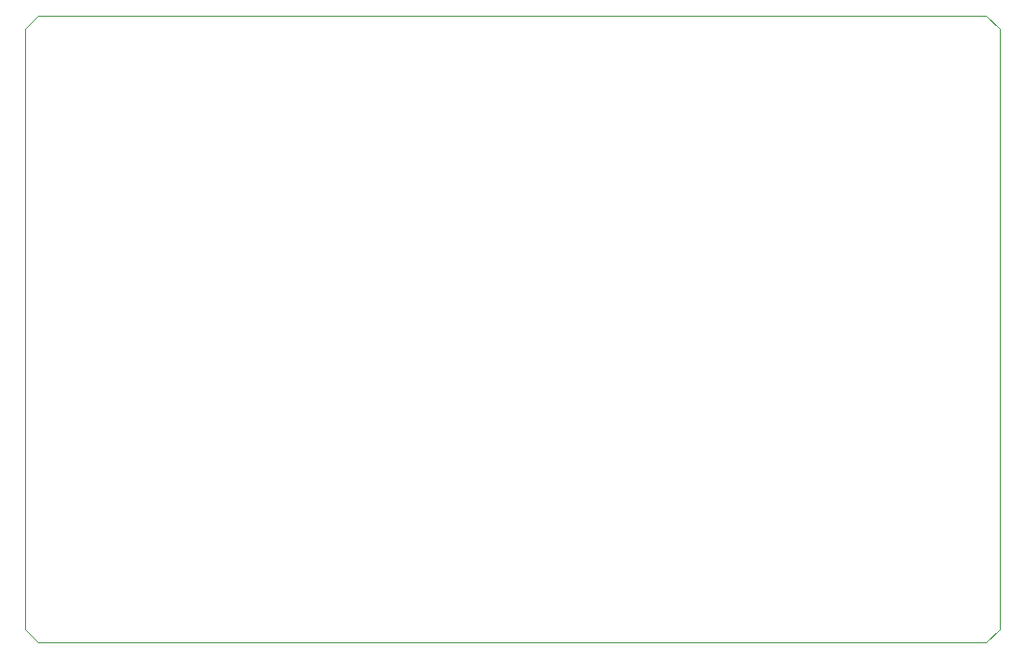
<source format=gko>
G04*
G04 #@! TF.GenerationSoftware,Altium Limited,Altium Designer,24.0.1 (36)*
G04*
G04 Layer_Color=16711935*
%FSLAX44Y44*%
%MOMM*%
G71*
G04*
G04 #@! TF.SameCoordinates,20C74B94-4111-4091-B890-7D796C08C91C*
G04*
G04*
G04 #@! TF.FilePolarity,Positive*
G04*
G01*
G75*
%ADD42C,0.1000*%
D42*
X407000Y1102000D02*
Y1138000D01*
X419000Y1150000D02*
X1283000D01*
X407000Y1138000D02*
X419000Y1150000D01*
X1295000Y590000D02*
Y1138000D01*
X1283000Y1150000D02*
X1295000Y1138000D01*
X419000Y578000D02*
X1283000D01*
X1295000Y590000D01*
X407000D02*
Y1102000D01*
Y590000D02*
X419000Y578000D01*
M02*

</source>
